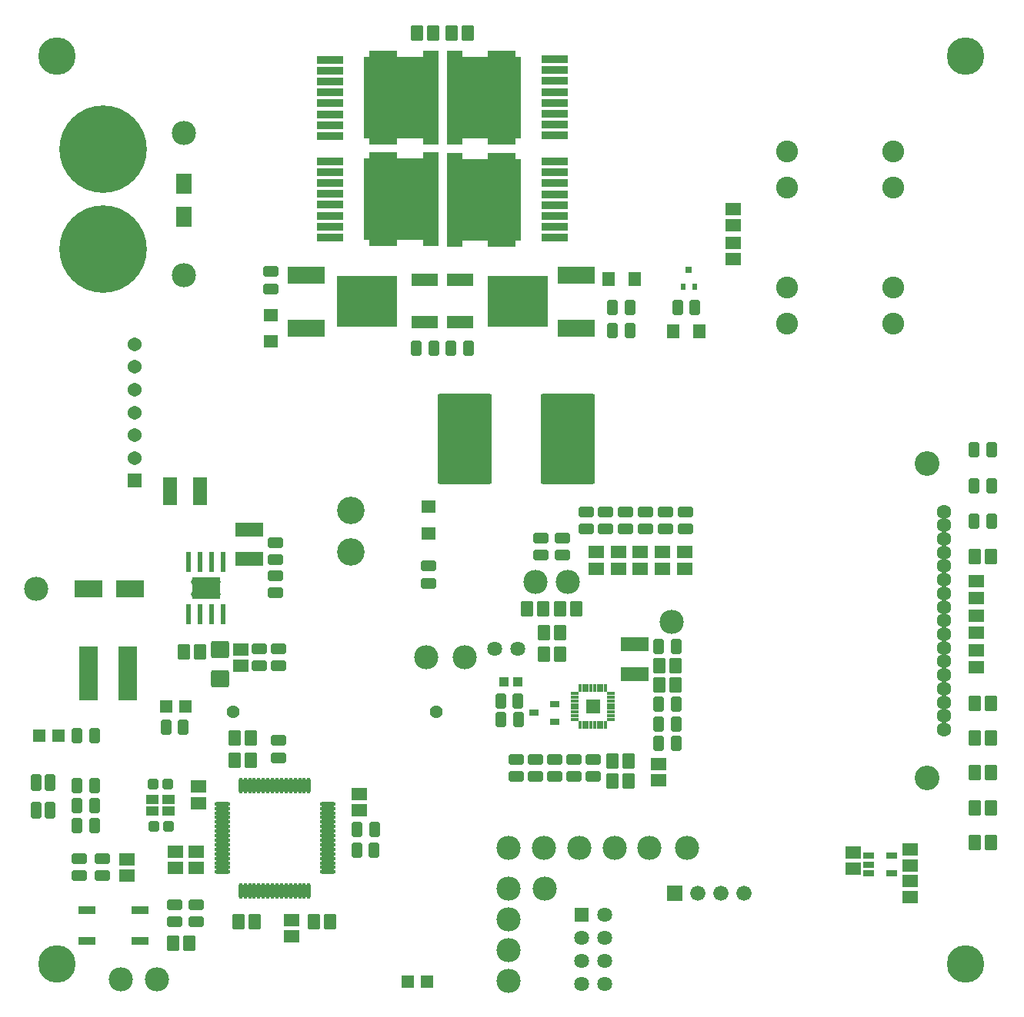
<source format=gts>
G04*
G04 #@! TF.GenerationSoftware,Altium Limited,Altium Designer,20.0.14 (345)*
G04*
G04 Layer_Color=8388736*
%FSLAX25Y25*%
%MOIN*%
G70*
G01*
G75*
%ADD19R,0.12205X0.09449*%
G04:AMPARAMS|DCode=48|XSize=236.22mil|YSize=393.7mil|CornerRadius=11.81mil|HoleSize=0mil|Usage=FLASHONLY|Rotation=0.000|XOffset=0mil|YOffset=0mil|HoleType=Round|Shape=RoundedRectangle|*
%AMROUNDEDRECTD48*
21,1,0.23622,0.37008,0,0,0.0*
21,1,0.21260,0.39370,0,0,0.0*
1,1,0.02362,0.10630,-0.18504*
1,1,0.02362,-0.10630,-0.18504*
1,1,0.02362,-0.10630,0.18504*
1,1,0.02362,0.10630,0.18504*
%
%ADD48ROUNDEDRECTD48*%
%ADD55R,0.07900X0.23600*%
%ADD57R,0.11900X0.07200*%
%ADD60R,0.06012X0.06012*%
%ADD61R,0.01366X0.03413*%
%ADD62R,0.03413X0.01366*%
%ADD63R,0.01968X0.08661*%
%ADD64R,0.06012X0.05618*%
%ADD65R,0.05618X0.06012*%
G04:AMPARAMS|DCode=66|XSize=44.37mil|YSize=71.93mil|CornerRadius=6.44mil|HoleSize=0mil|Usage=FLASHONLY|Rotation=180.000|XOffset=0mil|YOffset=0mil|HoleType=Round|Shape=RoundedRectangle|*
%AMROUNDEDRECTD66*
21,1,0.04437,0.05906,0,0,180.0*
21,1,0.03150,0.07193,0,0,180.0*
1,1,0.01287,-0.01575,0.02953*
1,1,0.01287,0.01575,0.02953*
1,1,0.01287,0.01575,-0.02953*
1,1,0.01287,-0.01575,-0.02953*
%
%ADD66ROUNDEDRECTD66*%
G04:AMPARAMS|DCode=67|XSize=46.34mil|YSize=64.06mil|CornerRadius=6.63mil|HoleSize=0mil|Usage=FLASHONLY|Rotation=180.000|XOffset=0mil|YOffset=0mil|HoleType=Round|Shape=RoundedRectangle|*
%AMROUNDEDRECTD67*
21,1,0.04634,0.05079,0,0,180.0*
21,1,0.03307,0.06406,0,0,180.0*
1,1,0.01327,-0.01654,0.02539*
1,1,0.01327,0.01654,0.02539*
1,1,0.01327,0.01654,-0.02539*
1,1,0.01327,-0.01654,-0.02539*
%
%ADD67ROUNDEDRECTD67*%
%ADD68R,0.12311X0.06406*%
G04:AMPARAMS|DCode=69|XSize=46.34mil|YSize=64.06mil|CornerRadius=6.63mil|HoleSize=0mil|Usage=FLASHONLY|Rotation=90.000|XOffset=0mil|YOffset=0mil|HoleType=Round|Shape=RoundedRectangle|*
%AMROUNDEDRECTD69*
21,1,0.04634,0.05079,0,0,90.0*
21,1,0.03307,0.06406,0,0,90.0*
1,1,0.01327,0.02539,0.01654*
1,1,0.01327,0.02539,-0.01654*
1,1,0.01327,-0.02539,-0.01654*
1,1,0.01327,-0.02539,0.01654*
%
%ADD69ROUNDEDRECTD69*%
%ADD70R,0.02862X0.35539*%
%ADD71R,0.11917X0.40657*%
%ADD72R,0.12114X0.35539*%
%ADD73R,0.06996X0.40657*%
%ADD74R,0.11524X0.03650*%
%ADD75R,0.05224X0.05224*%
G04:AMPARAMS|DCode=76|XSize=54.21mil|YSize=67.99mil|CornerRadius=7.42mil|HoleSize=0mil|Usage=FLASHONLY|Rotation=180.000|XOffset=0mil|YOffset=0mil|HoleType=Round|Shape=RoundedRectangle|*
%AMROUNDEDRECTD76*
21,1,0.05421,0.05315,0,0,180.0*
21,1,0.03937,0.06799,0,0,180.0*
1,1,0.01484,-0.01968,0.02657*
1,1,0.01484,0.01968,0.02657*
1,1,0.01484,0.01968,-0.02657*
1,1,0.01484,-0.01968,-0.02657*
%
%ADD76ROUNDEDRECTD76*%
G04:AMPARAMS|DCode=77|XSize=54.21mil|YSize=67.99mil|CornerRadius=7.42mil|HoleSize=0mil|Usage=FLASHONLY|Rotation=90.000|XOffset=0mil|YOffset=0mil|HoleType=Round|Shape=RoundedRectangle|*
%AMROUNDEDRECTD77*
21,1,0.05421,0.05315,0,0,90.0*
21,1,0.03937,0.06799,0,0,90.0*
1,1,0.01484,0.02657,0.01968*
1,1,0.01484,0.02657,-0.01968*
1,1,0.01484,-0.02657,-0.01968*
1,1,0.01484,-0.02657,0.01968*
%
%ADD77ROUNDEDRECTD77*%
G04:AMPARAMS|DCode=78|XSize=48.31mil|YSize=44.37mil|CornerRadius=6.44mil|HoleSize=0mil|Usage=FLASHONLY|Rotation=270.000|XOffset=0mil|YOffset=0mil|HoleType=Round|Shape=RoundedRectangle|*
%AMROUNDEDRECTD78*
21,1,0.04831,0.03150,0,0,270.0*
21,1,0.03543,0.04437,0,0,270.0*
1,1,0.01287,-0.01575,-0.01772*
1,1,0.01287,-0.01575,0.01772*
1,1,0.01287,0.01575,0.01772*
1,1,0.01287,0.01575,-0.01772*
%
%ADD78ROUNDEDRECTD78*%
%ADD79R,0.05224X0.04437*%
%ADD80R,0.04831X0.02862*%
%ADD81O,0.01681X0.06799*%
%ADD82O,0.06799X0.01681*%
%ADD83R,0.07193X0.03650*%
%ADD84R,0.04043X0.04437*%
%ADD85R,0.04043X0.04437*%
G04:AMPARAMS|DCode=86|XSize=75.87mil|YSize=162.48mil|CornerRadius=9.59mil|HoleSize=0mil|Usage=FLASHONLY|Rotation=90.000|XOffset=0mil|YOffset=0mil|HoleType=Round|Shape=RoundedRectangle|*
%AMROUNDEDRECTD86*
21,1,0.07587,0.14331,0,0,90.0*
21,1,0.05669,0.16248,0,0,90.0*
1,1,0.01917,0.07165,0.02835*
1,1,0.01917,0.07165,-0.02835*
1,1,0.01917,-0.07165,-0.02835*
1,1,0.01917,-0.07165,0.02835*
%
%ADD86ROUNDEDRECTD86*%
%ADD87R,0.04043X0.02862*%
%ADD88R,0.02468X0.02665*%
%ADD89R,0.02862X0.02665*%
%ADD90R,0.26091X0.22350*%
%ADD91R,0.11721X0.05421*%
%ADD92R,0.06917X0.09084*%
G04:AMPARAMS|DCode=93|XSize=79.8mil|YSize=73.9mil|CornerRadius=9.39mil|HoleSize=0mil|Usage=FLASHONLY|Rotation=180.000|XOffset=0mil|YOffset=0mil|HoleType=Round|Shape=RoundedRectangle|*
%AMROUNDEDRECTD93*
21,1,0.07980,0.05512,0,0,180.0*
21,1,0.06102,0.07390,0,0,180.0*
1,1,0.01878,-0.03051,0.02756*
1,1,0.01878,0.03051,0.02756*
1,1,0.01878,0.03051,-0.02756*
1,1,0.01878,-0.03051,-0.02756*
%
%ADD93ROUNDEDRECTD93*%
%ADD94R,0.06406X0.12311*%
%ADD95C,0.03400*%
%ADD96C,0.11935*%
%ADD97C,0.10694*%
%ADD98C,0.06324*%
%ADD99C,0.06602*%
%ADD100R,0.06602X0.06602*%
%ADD101C,0.10500*%
%ADD102C,0.05618*%
%ADD103C,0.09500*%
%ADD104R,0.06043X0.06043*%
%ADD105C,0.06043*%
%ADD106C,0.06406*%
%ADD107C,0.16248*%
%ADD108R,0.06406X0.06406*%
%ADD109C,0.37902*%
%ADD110C,0.02480*%
D19*
X64600Y162919D02*
D03*
D48*
X221301Y227578D02*
D03*
X176701D02*
D03*
D55*
X13700Y126000D02*
D03*
X30700D02*
D03*
D57*
X31650Y162700D02*
D03*
X13550D02*
D03*
D60*
X232191Y111620D02*
D03*
D61*
X237703Y103765D02*
D03*
X236128D02*
D03*
X234553D02*
D03*
X232978D02*
D03*
X231404D02*
D03*
X229829D02*
D03*
X228254D02*
D03*
X226679D02*
D03*
Y119474D02*
D03*
X228254D02*
D03*
X229829D02*
D03*
X231404D02*
D03*
X232978D02*
D03*
X234553D02*
D03*
X236128D02*
D03*
X237703D02*
D03*
D62*
X240045Y117131D02*
D03*
Y115557D02*
D03*
Y113982D02*
D03*
Y112407D02*
D03*
Y110832D02*
D03*
Y109257D02*
D03*
Y107683D02*
D03*
Y106108D02*
D03*
X224337D02*
D03*
Y107683D02*
D03*
Y109257D02*
D03*
Y110832D02*
D03*
Y112407D02*
D03*
Y113982D02*
D03*
Y115557D02*
D03*
Y117131D02*
D03*
D63*
X57100Y151600D02*
D03*
X62100D02*
D03*
X67100D02*
D03*
X72100D02*
D03*
Y174238D02*
D03*
X67100D02*
D03*
X62100D02*
D03*
X57100D02*
D03*
D64*
X92800Y281354D02*
D03*
Y269936D02*
D03*
X160950Y198178D02*
D03*
Y186760D02*
D03*
D65*
X278392Y274300D02*
D03*
X266975D02*
D03*
X250309Y296883D02*
D03*
X238891D02*
D03*
D66*
X-8980Y66775D02*
D03*
X-3075D02*
D03*
Y78586D02*
D03*
X-8980D02*
D03*
D67*
X170804Y267000D02*
D03*
X178324D02*
D03*
X397361Y207340D02*
D03*
X404881D02*
D03*
X276443Y284600D02*
D03*
X268924D02*
D03*
X248360D02*
D03*
X240840D02*
D03*
X47276Y102665D02*
D03*
X54795D02*
D03*
X397361Y222800D02*
D03*
X404881D02*
D03*
X397361Y191881D02*
D03*
X404881D02*
D03*
X192485Y105804D02*
D03*
X200004D02*
D03*
X199804Y114065D02*
D03*
X192285D02*
D03*
X248360Y274700D02*
D03*
X240840D02*
D03*
X260745Y95665D02*
D03*
X268264D02*
D03*
X260745Y104065D02*
D03*
X268264D02*
D03*
X260745Y112465D02*
D03*
X268264D02*
D03*
Y137665D02*
D03*
X260745D02*
D03*
X155776Y267000D02*
D03*
X163296D02*
D03*
X130065Y58197D02*
D03*
X137584D02*
D03*
X129965Y49297D02*
D03*
X137484D02*
D03*
X8750Y68697D02*
D03*
X16270D02*
D03*
X16270Y77197D02*
D03*
X8750D02*
D03*
Y98900D02*
D03*
X16270D02*
D03*
X8750Y60097D02*
D03*
X16270D02*
D03*
D68*
X83380Y188388D02*
D03*
Y175592D02*
D03*
X250304Y138492D02*
D03*
Y125697D02*
D03*
D69*
X60206Y25712D02*
D03*
Y18192D02*
D03*
X51043Y25757D02*
D03*
Y18237D02*
D03*
X94537Y182722D02*
D03*
Y175202D02*
D03*
X94570Y160910D02*
D03*
Y168430D02*
D03*
X96061Y89413D02*
D03*
Y96933D02*
D03*
X9650Y38131D02*
D03*
Y45650D02*
D03*
X19660D02*
D03*
Y38131D02*
D03*
X96120Y136659D02*
D03*
Y129139D02*
D03*
X87774Y136659D02*
D03*
Y129139D02*
D03*
X219150Y184702D02*
D03*
Y177182D02*
D03*
X209617Y184702D02*
D03*
Y177182D02*
D03*
X199004Y81206D02*
D03*
Y88725D02*
D03*
X232404D02*
D03*
Y81206D02*
D03*
X224054Y88725D02*
D03*
Y81206D02*
D03*
X207354D02*
D03*
Y88725D02*
D03*
X229229Y195972D02*
D03*
Y188452D02*
D03*
X215704Y88725D02*
D03*
Y81206D02*
D03*
X237829Y195972D02*
D03*
Y188452D02*
D03*
X246429Y195972D02*
D03*
Y188452D02*
D03*
X255029Y195972D02*
D03*
Y188452D02*
D03*
X263629Y195972D02*
D03*
Y188452D02*
D03*
X272229Y195972D02*
D03*
Y188452D02*
D03*
X160950Y165078D02*
D03*
Y172597D02*
D03*
X92800Y300172D02*
D03*
Y292653D02*
D03*
D70*
X199702Y375700D02*
D03*
X134398Y331500D02*
D03*
X199702Y331400D02*
D03*
X134398Y375500D02*
D03*
D71*
X192812Y375700D02*
D03*
X141288Y331500D02*
D03*
X192812Y331400D02*
D03*
X141288Y375500D02*
D03*
D72*
X181296Y375700D02*
D03*
X152804Y331500D02*
D03*
X181296Y331400D02*
D03*
X152804Y375500D02*
D03*
D73*
X172241Y375700D02*
D03*
X161859Y331500D02*
D03*
X172241Y331400D02*
D03*
X161859Y375500D02*
D03*
D74*
X215765Y392235D02*
D03*
Y387511D02*
D03*
Y382787D02*
D03*
Y378062D02*
D03*
Y373338D02*
D03*
Y368613D02*
D03*
Y363889D02*
D03*
Y359165D02*
D03*
X118335Y314965D02*
D03*
Y319689D02*
D03*
Y324413D02*
D03*
Y329138D02*
D03*
Y333862D02*
D03*
Y338587D02*
D03*
Y343311D02*
D03*
Y348035D02*
D03*
X215765Y347935D02*
D03*
Y343211D02*
D03*
Y338487D02*
D03*
Y333762D02*
D03*
Y329038D02*
D03*
Y324313D02*
D03*
Y319589D02*
D03*
Y314865D02*
D03*
X118335Y358965D02*
D03*
Y363689D02*
D03*
Y368413D02*
D03*
Y373138D02*
D03*
Y377862D02*
D03*
Y382587D02*
D03*
Y387311D02*
D03*
Y392035D02*
D03*
D75*
X151966Y-7700D02*
D03*
X160234D02*
D03*
X47425Y111538D02*
D03*
X55693D02*
D03*
X602Y98900D02*
D03*
X-7665D02*
D03*
D76*
X397676Y82821D02*
D03*
X404724D02*
D03*
X178166Y403500D02*
D03*
X171119D02*
D03*
X162981D02*
D03*
X155934D02*
D03*
X397676Y113000D02*
D03*
X404724D02*
D03*
X397676Y97910D02*
D03*
X404724D02*
D03*
X397676Y67731D02*
D03*
X404724D02*
D03*
X397676Y52642D02*
D03*
X404724D02*
D03*
Y176500D02*
D03*
X397676D02*
D03*
X218003Y143697D02*
D03*
X210956Y143697D02*
D03*
X218003Y134162D02*
D03*
X210956Y134162D02*
D03*
X225088Y154042D02*
D03*
X218041D02*
D03*
X210827Y154042D02*
D03*
X203780D02*
D03*
X267949Y129344D02*
D03*
X260902D02*
D03*
X240685Y79233D02*
D03*
X247733D02*
D03*
X267949Y120944D02*
D03*
X260902D02*
D03*
X240685Y87833D02*
D03*
X247733D02*
D03*
X62100Y135300D02*
D03*
X55053D02*
D03*
X57500Y9100D02*
D03*
X50453D02*
D03*
X76938Y98097D02*
D03*
X83985D02*
D03*
X118294Y18402D02*
D03*
X111246D02*
D03*
X85812Y18172D02*
D03*
X78765D02*
D03*
X76938Y88197D02*
D03*
X83985D02*
D03*
D77*
X101556Y19072D02*
D03*
Y12025D02*
D03*
X60206Y48719D02*
D03*
Y41672D02*
D03*
X51240Y48719D02*
D03*
Y41672D02*
D03*
X30200Y45257D02*
D03*
Y38210D02*
D03*
X369845Y49687D02*
D03*
Y42640D02*
D03*
Y36114D02*
D03*
Y29067D02*
D03*
X345050Y48304D02*
D03*
Y41257D02*
D03*
X398346Y158776D02*
D03*
Y165824D02*
D03*
Y143776D02*
D03*
Y150824D02*
D03*
Y128776D02*
D03*
Y135824D02*
D03*
X293065Y312580D02*
D03*
Y305533D02*
D03*
X233629Y171448D02*
D03*
Y178496D02*
D03*
X243229D02*
D03*
Y171448D02*
D03*
X252829D02*
D03*
Y178496D02*
D03*
X293065Y327280D02*
D03*
Y320233D02*
D03*
X262429Y178496D02*
D03*
Y171448D02*
D03*
X260600Y86724D02*
D03*
Y79676D02*
D03*
X272029Y171448D02*
D03*
Y178496D02*
D03*
X79625Y136265D02*
D03*
Y129218D02*
D03*
X61325Y69736D02*
D03*
Y76784D02*
D03*
X131165Y73620D02*
D03*
Y66573D02*
D03*
D78*
X41898Y59476D02*
D03*
X48197D02*
D03*
X48099Y78000D02*
D03*
X41800D02*
D03*
D79*
X41504Y71261D02*
D03*
Y66143D02*
D03*
X48197Y66143D02*
D03*
X48197Y71261D02*
D03*
D80*
X351690Y46831D02*
D03*
Y43091D02*
D03*
Y39351D02*
D03*
X361761D02*
D03*
Y46831D02*
D03*
D81*
X79601Y77432D02*
D03*
X81569D02*
D03*
X83538D02*
D03*
X85506D02*
D03*
X87475D02*
D03*
X89443D02*
D03*
X91412D02*
D03*
X93380D02*
D03*
X95349D02*
D03*
X97317D02*
D03*
X99286D02*
D03*
X101254D02*
D03*
X103223D02*
D03*
X105191D02*
D03*
X107160D02*
D03*
X109128D02*
D03*
Y31762D02*
D03*
X107160D02*
D03*
X105191D02*
D03*
X103223D02*
D03*
X101254D02*
D03*
X99286D02*
D03*
X97317D02*
D03*
X95349D02*
D03*
X93380D02*
D03*
X91412D02*
D03*
X89443D02*
D03*
X87475D02*
D03*
X85506D02*
D03*
X83538D02*
D03*
X81569D02*
D03*
X79601D02*
D03*
D82*
X117199Y69361D02*
D03*
Y67392D02*
D03*
Y65424D02*
D03*
Y63455D02*
D03*
Y61487D02*
D03*
Y59518D02*
D03*
Y57550D02*
D03*
Y55581D02*
D03*
Y53613D02*
D03*
Y51644D02*
D03*
Y49676D02*
D03*
Y47707D02*
D03*
Y45739D02*
D03*
Y43770D02*
D03*
Y41802D02*
D03*
Y39833D02*
D03*
X71530D02*
D03*
Y41802D02*
D03*
Y43770D02*
D03*
Y45739D02*
D03*
Y47707D02*
D03*
Y49676D02*
D03*
Y51644D02*
D03*
Y53613D02*
D03*
Y55581D02*
D03*
Y57550D02*
D03*
Y59518D02*
D03*
Y61487D02*
D03*
Y63455D02*
D03*
Y65424D02*
D03*
Y67392D02*
D03*
Y69361D02*
D03*
D83*
X35965Y23190D02*
D03*
Y9804D02*
D03*
X13120Y9804D02*
D03*
X13120Y23190D02*
D03*
D84*
X193545Y122278D02*
D03*
D85*
X199844D02*
D03*
D86*
X225100Y275645D02*
D03*
Y298755D02*
D03*
X107900D02*
D03*
Y275645D02*
D03*
D87*
X206623Y108806D02*
D03*
X215678Y112546D02*
D03*
Y105065D02*
D03*
D88*
X271198Y293617D02*
D03*
X276316D02*
D03*
D89*
X273757Y300901D02*
D03*
D90*
X134300Y287383D02*
D03*
X199800D02*
D03*
D91*
X159497Y296537D02*
D03*
Y278230D02*
D03*
X174603D02*
D03*
Y296537D02*
D03*
D92*
X55000Y323789D02*
D03*
Y338412D02*
D03*
D93*
X70665Y136329D02*
D03*
Y123731D02*
D03*
D94*
X49135Y205097D02*
D03*
X61930D02*
D03*
D95*
X232191Y111620D02*
D03*
D96*
X127265Y196697D02*
D03*
Y178587D02*
D03*
D97*
X377181Y216948D02*
D03*
Y80728D02*
D03*
D98*
X384268Y196082D02*
D03*
Y190177D02*
D03*
Y184271D02*
D03*
Y178366D02*
D03*
Y172460D02*
D03*
Y166555D02*
D03*
Y160649D02*
D03*
Y154744D02*
D03*
Y148838D02*
D03*
Y142933D02*
D03*
Y137027D02*
D03*
Y131122D02*
D03*
Y125216D02*
D03*
Y119311D02*
D03*
Y113405D02*
D03*
Y107500D02*
D03*
Y101594D02*
D03*
D99*
X297800Y30700D02*
D03*
X287800D02*
D03*
X277800D02*
D03*
D100*
X267800D02*
D03*
D101*
X195780Y19300D02*
D03*
X-8825Y162700D02*
D03*
X159990Y132800D02*
D03*
X43400Y-6800D02*
D03*
X27700D02*
D03*
X195700Y32600D02*
D03*
X211300D02*
D03*
X176700Y132800D02*
D03*
X221434Y165582D02*
D03*
X207334D02*
D03*
X55000Y298630D02*
D03*
X226297Y50300D02*
D03*
X241545D02*
D03*
X256794D02*
D03*
X273000D02*
D03*
X266210Y148390D02*
D03*
X55000Y360400D02*
D03*
X211048Y50300D02*
D03*
X195700Y-7300D02*
D03*
Y6000D02*
D03*
X195800Y50300D02*
D03*
D102*
X164443Y109310D02*
D03*
X76254D02*
D03*
D103*
X362217Y293393D02*
D03*
X316217Y336700D02*
D03*
Y293393D02*
D03*
Y277645D02*
D03*
X362217D02*
D03*
X316217Y352448D02*
D03*
X362217Y336700D02*
D03*
Y352448D02*
D03*
D104*
X33669Y209572D02*
D03*
D105*
Y219415D02*
D03*
Y229257D02*
D03*
Y239100D02*
D03*
Y248942D02*
D03*
Y258785D02*
D03*
Y268628D02*
D03*
D106*
X189540Y136670D02*
D03*
X199540D02*
D03*
X227200Y11400D02*
D03*
Y1400D02*
D03*
Y-8600D02*
D03*
X237200Y21400D02*
D03*
Y11400D02*
D03*
Y1400D02*
D03*
Y-8600D02*
D03*
D107*
X393701Y0D02*
D03*
Y393701D02*
D03*
X0D02*
D03*
Y0D02*
D03*
D108*
X227200Y21400D02*
D03*
D109*
X20100Y353200D02*
D03*
Y309893D02*
D03*
D110*
X59482Y160360D02*
D03*
X64600D02*
D03*
X69718D02*
D03*
X59482Y165478D02*
D03*
X64600D02*
D03*
X69718D02*
D03*
M02*

</source>
